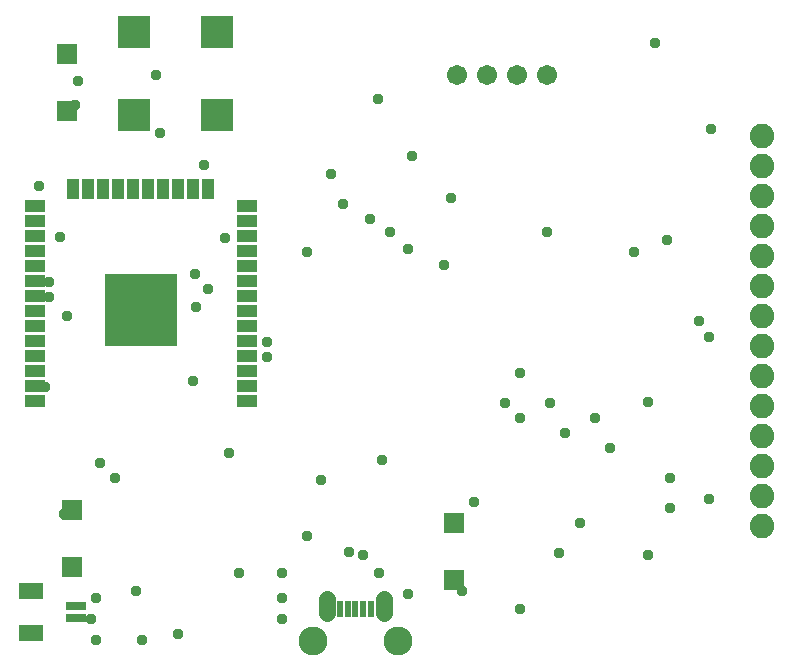
<source format=gbr>
G04 EAGLE Gerber RS-274X export*
G75*
%MOMM*%
%FSLAX34Y34*%
%LPD*%
%INSoldermask Bottom*%
%IPPOS*%
%AMOC8*
5,1,8,0,0,1.08239X$1,22.5*%
G01*
%ADD10C,2.453200*%
%ADD11R,0.500000X1.450000*%
%ADD12C,1.411200*%
%ADD13C,1.711200*%
%ADD14C,2.082800*%
%ADD15R,1.703200X1.103200*%
%ADD16R,1.103200X1.703200*%
%ADD17R,6.203200X6.203200*%
%ADD18R,1.703200X1.803200*%
%ADD19R,2.703200X2.703200*%
%ADD20R,1.753200X0.803200*%
%ADD21R,2.003200X1.403200*%
%ADD22C,0.959600*%


D10*
X249800Y17650D03*
X321800Y17650D03*
D11*
X298800Y44400D03*
D12*
X310050Y40610D02*
X310050Y52690D01*
X261550Y52690D02*
X261550Y40610D01*
D11*
X292300Y44400D03*
X285800Y44400D03*
X279300Y44400D03*
X272800Y44400D03*
D13*
X397560Y496530D03*
X422960Y496530D03*
X448360Y496530D03*
X372160Y496530D03*
D14*
X629970Y114260D03*
X629970Y139660D03*
X629970Y165060D03*
X629970Y190460D03*
X629970Y215860D03*
X629970Y241260D03*
X629970Y266660D03*
X629970Y292060D03*
X629970Y317460D03*
X629970Y342860D03*
X629970Y368260D03*
X629970Y393660D03*
X629970Y419060D03*
X629970Y444460D03*
D15*
X14190Y220140D03*
X14190Y232840D03*
X14190Y245540D03*
X14190Y258240D03*
X14190Y270940D03*
X14190Y283640D03*
X14190Y296340D03*
X14190Y309040D03*
X14190Y321740D03*
X14190Y334440D03*
X14190Y347140D03*
X14190Y359840D03*
X14190Y372540D03*
X14190Y385240D03*
D16*
X47040Y400140D03*
X59740Y400140D03*
X72440Y400140D03*
X85140Y400140D03*
X97840Y400140D03*
X110540Y400140D03*
X123240Y400140D03*
X135940Y400140D03*
X148640Y400140D03*
X161340Y400140D03*
D15*
X194190Y385240D03*
X194190Y372540D03*
X194190Y359840D03*
X194190Y347140D03*
X194190Y334440D03*
X194190Y321740D03*
X194190Y309040D03*
X194190Y296340D03*
X194190Y283640D03*
X194190Y270940D03*
X194190Y258240D03*
X194190Y245540D03*
X194190Y232840D03*
X194190Y220140D03*
D17*
X104190Y297140D03*
D18*
X45770Y128230D03*
X45770Y79970D03*
X41960Y466050D03*
X41960Y514310D03*
D19*
X168400Y462800D03*
X98400Y462800D03*
X98400Y532800D03*
X168400Y532800D03*
D20*
X49580Y36870D03*
X49580Y46870D03*
D21*
X10830Y23870D03*
X10830Y59870D03*
D18*
X369620Y116800D03*
X369620Y68540D03*
D22*
X223570Y74890D03*
X245160Y105930D03*
X105460Y17740D03*
X100380Y59650D03*
X539800Y523200D03*
X586790Y450810D03*
X476300Y116800D03*
X120700Y447000D03*
X306120Y74890D03*
X135940Y22820D03*
X187154Y74890D03*
X66250Y17740D03*
X330250Y57110D03*
X425500Y44410D03*
X66090Y53300D03*
X62280Y35520D03*
X304850Y476210D03*
X116890Y496530D03*
X585520Y274280D03*
X585520Y137120D03*
X22910Y232370D03*
X17830Y402550D03*
X50850Y491450D03*
X39420Y124420D03*
X48310Y471130D03*
X157530Y420330D03*
X330250Y349210D03*
X448360Y363180D03*
X280720Y92670D03*
X292300Y89980D03*
X210870Y257770D03*
X210870Y270470D03*
X26720Y321270D03*
X160070Y466050D03*
X26720Y308570D03*
X576630Y288250D03*
X151180Y299680D03*
X161340Y314920D03*
X149910Y327620D03*
X275640Y387310D03*
X175310Y358100D03*
X298500Y374610D03*
X549960Y356830D03*
X35610Y359370D03*
X367080Y392390D03*
X315010Y363180D03*
X223570Y53300D03*
X148640Y237450D03*
X41960Y292060D03*
X223570Y35520D03*
X308660Y170140D03*
X179120Y176490D03*
X256590Y153630D03*
X458520Y91400D03*
X533450Y90130D03*
X533450Y219670D03*
X522020Y346670D03*
X375970Y59650D03*
X245160Y346670D03*
X360730Y335240D03*
X386130Y134580D03*
X265480Y412710D03*
X334060Y427950D03*
X552500Y129500D03*
X552500Y154900D03*
X501700Y180300D03*
X463600Y193000D03*
X450900Y218400D03*
X489000Y205700D03*
X412800Y218400D03*
X425500Y205700D03*
X425500Y243800D03*
X82600Y154900D03*
X69900Y167600D03*
M02*

</source>
